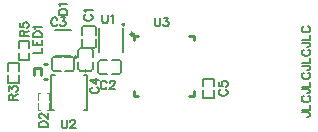
<source format=gto>
G04 Layer: TopSilkscreenLayer*
G04 EasyEDA v6.5.1, 2022-03-25 19:20:23*
G04 2013efc8e0304d3594b03259707e7b04,2a3559ba94084103b258dd4c46581d95,10*
G04 Gerber Generator version 0.2*
G04 Scale: 100 percent, Rotated: No, Reflected: No *
G04 Dimensions in inches *
G04 leading zeros omitted , absolute positions ,3 integer and 6 decimal *
%FSLAX36Y36*%
%MOIN*%

%ADD10C,0.0100*%
%ADD12C,0.0060*%
%ADD31C,0.0059*%
%ADD32C,0.0079*%
%ADD33C,0.0059*%
%ADD34C,0.0079*%
%ADD35C,0.0040*%
%ADD36C,0.0039*%
%ADD37C,0.0050*%

%LPD*%
D37*
X-255273Y-136230D02*
G01*
X-233455Y-136230D01*
X-229364Y-137593D01*
X-228001Y-138957D01*
X-226637Y-141684D01*
X-226637Y-144411D01*
X-228001Y-147139D01*
X-229364Y-148502D01*
X-233455Y-149866D01*
X-236183Y-149866D01*
X-255273Y-127229D02*
G01*
X-226637Y-127229D01*
X-226637Y-127229D02*
G01*
X-226637Y-110866D01*
X-248455Y-81411D02*
G01*
X-251183Y-82775D01*
X-253909Y-85502D01*
X-255273Y-88230D01*
X-255273Y-93684D01*
X-253909Y-96411D01*
X-251183Y-99139D01*
X-248455Y-100502D01*
X-244364Y-101865D01*
X-237546Y-101865D01*
X-233455Y-100502D01*
X-230727Y-99139D01*
X-228001Y-96411D01*
X-226637Y-93684D01*
X-226637Y-88230D01*
X-228001Y-85502D01*
X-230727Y-82775D01*
X-233455Y-81411D01*
X-255273Y-58775D02*
G01*
X-233455Y-58775D01*
X-229364Y-60139D01*
X-228001Y-61502D01*
X-226637Y-64230D01*
X-226637Y-66957D01*
X-228001Y-69684D01*
X-229364Y-71048D01*
X-233455Y-72411D01*
X-236183Y-72411D01*
X-255273Y-49774D02*
G01*
X-226637Y-49774D01*
X-226637Y-49774D02*
G01*
X-226637Y-33411D01*
X-248455Y-3957D02*
G01*
X-251183Y-5321D01*
X-253909Y-8048D01*
X-255273Y-10775D01*
X-255273Y-16230D01*
X-253909Y-18957D01*
X-251183Y-21684D01*
X-248455Y-23048D01*
X-244364Y-24411D01*
X-237546Y-24411D01*
X-233455Y-23048D01*
X-230727Y-21684D01*
X-228001Y-18957D01*
X-226637Y-16230D01*
X-226637Y-10775D01*
X-228001Y-8048D01*
X-230727Y-5321D01*
X-233455Y-3957D01*
X-255273Y18678D02*
G01*
X-233455Y18678D01*
X-229364Y17315D01*
X-228001Y15951D01*
X-226637Y13224D01*
X-226637Y10497D01*
X-228001Y7770D01*
X-229364Y6406D01*
X-233455Y5042D01*
X-236183Y5042D01*
X-255273Y27678D02*
G01*
X-226637Y27678D01*
X-226637Y27678D02*
G01*
X-226637Y44042D01*
X-248455Y73497D02*
G01*
X-251183Y72133D01*
X-253909Y69406D01*
X-255273Y66678D01*
X-255273Y61224D01*
X-253909Y58497D01*
X-251183Y55769D01*
X-248455Y54406D01*
X-244364Y53042D01*
X-237546Y53042D01*
X-233455Y54406D01*
X-230727Y55769D01*
X-228001Y58497D01*
X-226637Y61224D01*
X-226637Y66678D01*
X-228001Y69406D01*
X-230727Y72133D01*
X-233455Y73497D01*
X-255273Y96133D02*
G01*
X-233455Y96133D01*
X-229364Y94769D01*
X-228001Y93406D01*
X-226637Y90679D01*
X-226637Y87952D01*
X-228001Y85225D01*
X-229364Y83860D01*
X-233455Y82497D01*
X-236183Y82497D01*
X-255273Y105133D02*
G01*
X-226637Y105133D01*
X-226637Y105133D02*
G01*
X-226637Y121497D01*
X-248455Y150951D02*
G01*
X-251183Y149588D01*
X-253909Y146860D01*
X-255273Y144133D01*
X-255273Y138678D01*
X-253909Y135951D01*
X-251183Y133224D01*
X-248455Y131860D01*
X-244364Y130497D01*
X-237546Y130497D01*
X-233455Y131860D01*
X-230727Y133224D01*
X-228001Y135951D01*
X-226637Y138678D01*
X-226637Y144133D01*
X-228001Y146860D01*
X-230727Y149588D01*
X-233455Y150951D01*
X-1149174Y62835D02*
G01*
X-1120573Y62835D01*
X-1120573Y62835D02*
G01*
X-1120573Y79235D01*
X-1149174Y88235D02*
G01*
X-1120573Y88235D01*
X-1149174Y88235D02*
G01*
X-1149174Y105935D01*
X-1135573Y88235D02*
G01*
X-1135573Y99135D01*
X-1120573Y88235D02*
G01*
X-1120573Y105935D01*
X-1149174Y114935D02*
G01*
X-1120573Y114935D01*
X-1149174Y114935D02*
G01*
X-1149174Y124435D01*
X-1147874Y128535D01*
X-1145074Y131335D01*
X-1142373Y132635D01*
X-1138274Y134035D01*
X-1131473Y134035D01*
X-1127373Y132635D01*
X-1124674Y131335D01*
X-1121974Y128535D01*
X-1120573Y124435D01*
X-1120573Y114935D01*
X-1143774Y143035D02*
G01*
X-1145074Y145735D01*
X-1149174Y149836D01*
X-1120573Y149836D01*
X-745000Y180234D02*
G01*
X-745000Y159833D01*
X-743599Y155733D01*
X-740900Y153033D01*
X-736800Y151633D01*
X-734099Y151633D01*
X-730000Y153033D01*
X-727299Y155733D01*
X-725900Y159833D01*
X-725900Y180234D01*
X-714200Y180234D02*
G01*
X-699200Y180234D01*
X-707399Y169333D01*
X-703299Y169333D01*
X-700500Y168033D01*
X-699200Y166633D01*
X-697799Y162533D01*
X-697799Y159833D01*
X-699200Y155733D01*
X-701899Y153033D01*
X-706000Y151633D01*
X-710100Y151633D01*
X-714200Y153033D01*
X-715500Y154333D01*
X-716899Y157133D01*
X-952370Y-51664D02*
G01*
X-955169Y-53064D01*
X-957870Y-55764D01*
X-959170Y-58564D01*
X-959170Y-63964D01*
X-957870Y-66664D01*
X-955169Y-69464D01*
X-952370Y-70764D01*
X-948270Y-72164D01*
X-941469Y-72164D01*
X-937370Y-70764D01*
X-934669Y-69464D01*
X-931970Y-66664D01*
X-930569Y-63964D01*
X-930569Y-58564D01*
X-931970Y-55764D01*
X-934669Y-53064D01*
X-937370Y-51664D01*
X-959170Y-29064D02*
G01*
X-940169Y-42663D01*
X-940169Y-22264D01*
X-959170Y-29064D02*
G01*
X-930569Y-29064D01*
X-920000Y190234D02*
G01*
X-920000Y169833D01*
X-918599Y165733D01*
X-915900Y163033D01*
X-911800Y161633D01*
X-909099Y161633D01*
X-905000Y163033D01*
X-902299Y165733D01*
X-900900Y169833D01*
X-900900Y190234D01*
X-891899Y184833D02*
G01*
X-889200Y186133D01*
X-885100Y190234D01*
X-885100Y161633D01*
X-1055000Y-159770D02*
G01*
X-1055000Y-180170D01*
X-1053599Y-184270D01*
X-1050900Y-186970D01*
X-1046800Y-188369D01*
X-1044099Y-188369D01*
X-1040000Y-186970D01*
X-1037299Y-184270D01*
X-1035900Y-180170D01*
X-1035900Y-159770D01*
X-1025500Y-166570D02*
G01*
X-1025500Y-165170D01*
X-1024200Y-162470D01*
X-1022799Y-161069D01*
X-1020100Y-159770D01*
X-1014600Y-159770D01*
X-1011899Y-161069D01*
X-1010500Y-162470D01*
X-1009200Y-165170D01*
X-1009200Y-167870D01*
X-1010500Y-170670D01*
X-1013299Y-174770D01*
X-1026899Y-188369D01*
X-1007799Y-188369D01*
X-1193370Y117797D02*
G01*
X-1164771Y117797D01*
X-1193370Y117797D02*
G01*
X-1193370Y130097D01*
X-1192070Y134197D01*
X-1190671Y135497D01*
X-1187970Y136897D01*
X-1185271Y136897D01*
X-1182470Y135497D01*
X-1181171Y134197D01*
X-1179771Y130097D01*
X-1179771Y117797D01*
X-1179771Y127297D02*
G01*
X-1164771Y136897D01*
X-1193370Y162297D02*
G01*
X-1193370Y148597D01*
X-1181171Y147297D01*
X-1182470Y148597D01*
X-1183870Y152698D01*
X-1183870Y156797D01*
X-1182470Y160897D01*
X-1179771Y163597D01*
X-1175671Y164997D01*
X-1172970Y164997D01*
X-1168870Y163597D01*
X-1166171Y160897D01*
X-1164771Y156797D01*
X-1164771Y152698D01*
X-1166171Y148597D01*
X-1167470Y147297D01*
X-1170271Y145897D01*
X-1230232Y-95001D02*
G01*
X-1201633Y-95001D01*
X-1230232Y-95001D02*
G01*
X-1230232Y-82701D01*
X-1228932Y-78601D01*
X-1227533Y-77301D01*
X-1224832Y-75901D01*
X-1222133Y-75901D01*
X-1219332Y-77301D01*
X-1218032Y-78601D01*
X-1216633Y-82701D01*
X-1216633Y-95001D01*
X-1216633Y-85501D02*
G01*
X-1201633Y-75901D01*
X-1230232Y-64201D02*
G01*
X-1230232Y-49201D01*
X-1219332Y-57400D01*
X-1219332Y-53301D01*
X-1218032Y-50501D01*
X-1216633Y-49201D01*
X-1212533Y-47801D01*
X-1209832Y-47801D01*
X-1205733Y-49201D01*
X-1203032Y-51901D01*
X-1201633Y-56001D01*
X-1201633Y-60100D01*
X-1203032Y-64201D01*
X-1204332Y-65501D01*
X-1207133Y-66901D01*
X-523429Y-59496D02*
G01*
X-526229Y-60896D01*
X-528930Y-63596D01*
X-530230Y-66395D01*
X-530230Y-71796D01*
X-528930Y-74496D01*
X-526229Y-77296D01*
X-523429Y-78596D01*
X-519329Y-79996D01*
X-512529Y-79996D01*
X-508429Y-78596D01*
X-505730Y-77296D01*
X-503029Y-74496D01*
X-501629Y-71796D01*
X-501629Y-66395D01*
X-503029Y-63596D01*
X-505730Y-60896D01*
X-508429Y-59496D01*
X-530230Y-34196D02*
G01*
X-530230Y-47796D01*
X-518029Y-49196D01*
X-519329Y-47796D01*
X-520730Y-43695D01*
X-520730Y-39596D01*
X-519329Y-35496D01*
X-516629Y-32796D01*
X-512529Y-31496D01*
X-509830Y-31496D01*
X-505730Y-32796D01*
X-503029Y-35496D01*
X-501629Y-39596D01*
X-501629Y-43695D01*
X-503029Y-47796D01*
X-504329Y-49196D01*
X-507129Y-50496D01*
X-973433Y190499D02*
G01*
X-976134Y189099D01*
X-978933Y186399D01*
X-980234Y183599D01*
X-980234Y178199D01*
X-978933Y175499D01*
X-976134Y172699D01*
X-973433Y171399D01*
X-969333Y170000D01*
X-962533Y170000D01*
X-958433Y171399D01*
X-955734Y172699D01*
X-953033Y175499D01*
X-951634Y178199D01*
X-951634Y183599D01*
X-953033Y186399D01*
X-955734Y189099D01*
X-958433Y190499D01*
X-974834Y199499D02*
G01*
X-976134Y202199D01*
X-980234Y206299D01*
X-951634Y206299D01*
X-904499Y-36570D02*
G01*
X-905900Y-33870D01*
X-908599Y-31069D01*
X-911400Y-29770D01*
X-916800Y-29770D01*
X-919499Y-31069D01*
X-922299Y-33870D01*
X-923599Y-36570D01*
X-925000Y-40670D01*
X-925000Y-47470D01*
X-923599Y-51570D01*
X-922299Y-54270D01*
X-919499Y-56970D01*
X-916800Y-58369D01*
X-911400Y-58369D01*
X-908599Y-56970D01*
X-905900Y-54270D01*
X-904499Y-51570D01*
X-894200Y-36570D02*
G01*
X-894200Y-35170D01*
X-892799Y-32470D01*
X-891499Y-31069D01*
X-888699Y-29770D01*
X-883299Y-29770D01*
X-880500Y-31069D01*
X-879200Y-32470D01*
X-877799Y-35170D01*
X-877799Y-37870D01*
X-879200Y-40670D01*
X-881899Y-44770D01*
X-895500Y-58369D01*
X-876499Y-58369D01*
X-1069499Y173418D02*
G01*
X-1070900Y176218D01*
X-1073599Y178918D01*
X-1076400Y180318D01*
X-1081800Y180318D01*
X-1084499Y178918D01*
X-1087299Y176218D01*
X-1088599Y173418D01*
X-1090000Y169319D01*
X-1090000Y162518D01*
X-1088599Y158418D01*
X-1087299Y155718D01*
X-1084499Y153018D01*
X-1081800Y151618D01*
X-1076400Y151618D01*
X-1073599Y153018D01*
X-1070900Y155718D01*
X-1069499Y158418D01*
X-1057799Y180318D02*
G01*
X-1042799Y180318D01*
X-1051000Y169319D01*
X-1046899Y169319D01*
X-1044200Y168018D01*
X-1042799Y166618D01*
X-1041499Y162518D01*
X-1041499Y159818D01*
X-1042799Y155718D01*
X-1045500Y153018D01*
X-1049600Y151618D01*
X-1053699Y151618D01*
X-1057799Y153018D01*
X-1059200Y154319D01*
X-1060500Y157118D01*
X-1065234Y190000D02*
G01*
X-1036634Y190000D01*
X-1065234Y190000D02*
G01*
X-1065234Y199499D01*
X-1063933Y203599D01*
X-1061134Y206399D01*
X-1058433Y207699D01*
X-1054333Y209099D01*
X-1047533Y209099D01*
X-1043433Y207699D01*
X-1040734Y206399D01*
X-1038033Y203599D01*
X-1036634Y199499D01*
X-1036634Y190000D01*
X-1059834Y218099D02*
G01*
X-1061134Y220799D01*
X-1065234Y224899D01*
X-1036634Y224899D01*
X-1130234Y-185000D02*
G01*
X-1101634Y-185000D01*
X-1130234Y-185000D02*
G01*
X-1130234Y-175500D01*
X-1128933Y-171400D01*
X-1126134Y-168600D01*
X-1123433Y-167300D01*
X-1119333Y-165900D01*
X-1112533Y-165900D01*
X-1108433Y-167300D01*
X-1105734Y-168600D01*
X-1103033Y-171400D01*
X-1101634Y-175500D01*
X-1101634Y-185000D01*
X-1123433Y-155500D02*
G01*
X-1124834Y-155500D01*
X-1127533Y-154200D01*
X-1128933Y-152800D01*
X-1130234Y-150100D01*
X-1130234Y-144600D01*
X-1128933Y-141900D01*
X-1127533Y-140500D01*
X-1124834Y-139200D01*
X-1122133Y-139200D01*
X-1119333Y-140500D01*
X-1115234Y-143300D01*
X-1101634Y-156900D01*
X-1101634Y-137800D01*
D10*
X-1103503Y-23187D02*
G01*
X-1112119Y-23187D01*
X-1147200Y11021D02*
G01*
X-1147200Y-10150D01*
X-1123188Y-10150D02*
G01*
X-1123188Y11021D01*
X-1103503Y24058D02*
G01*
X-1112119Y24058D01*
X-1147597Y10672D02*
G01*
X-1123999Y10672D01*
X-615000Y120133D02*
G01*
X-615000Y105144D01*
X-615000Y-64876D02*
G01*
X-615000Y-79866D01*
X-629989Y-79866D01*
X-800000Y-79866D02*
G01*
X-815000Y-79866D01*
X-815000Y-64876D01*
X-815000Y105133D02*
G01*
X-815000Y120133D01*
X-815000Y120133D02*
G01*
X-800010Y120133D01*
X-629989Y120133D02*
G01*
X-615000Y120133D01*
D31*
X-951390Y47118D02*
G01*
X-951390Y71529D01*
X-951390Y32943D02*
G01*
X-951390Y8537D01*
X-998635Y32943D02*
G01*
X-998635Y8537D01*
X-990762Y2628D02*
G01*
X-959266Y2628D01*
X-998635Y47118D02*
G01*
X-998635Y71529D01*
X-990762Y77433D02*
G01*
X-959266Y77433D01*
X-992727Y2628D02*
G01*
X-990762Y2628D01*
X-957299Y2628D02*
G01*
X-959266Y2628D01*
X-992731Y77433D02*
G01*
X-990762Y77433D01*
X-957294Y77433D02*
G01*
X-959266Y77433D01*
D32*
X-931340Y146299D02*
G01*
X-931340Y63659D01*
X-848659Y146299D02*
G01*
X-848659Y63659D01*
D33*
X-980000Y-10966D02*
G01*
X-971000Y-10966D01*
X-971000Y-128966D01*
X-980000Y-128966D01*
X-1078999Y-128966D02*
G01*
X-1088999Y-128966D01*
X-1088999Y-10966D01*
X-1078000Y-10966D01*
D12*
X-1163000Y77300D02*
G01*
X-1163000Y102300D01*
X-1196999Y102300D01*
X-1196999Y81299D01*
X-1196999Y77300D01*
X-1196999Y62300D02*
G01*
X-1196999Y38299D01*
X-1163000Y38299D01*
X-1163000Y59299D01*
X-1163000Y62300D01*
X-1198000Y2300D02*
G01*
X-1198000Y27300D01*
X-1231999Y27300D01*
X-1231999Y6299D01*
X-1231999Y2300D01*
X-1231999Y-12699D02*
G01*
X-1231999Y-36700D01*
X-1198000Y-36700D01*
X-1198000Y-15700D01*
X-1198000Y-12699D01*
X-581999Y-62300D02*
G01*
X-581999Y-87300D01*
X-548000Y-87300D01*
X-548000Y-66300D01*
X-548000Y-62300D01*
X-548000Y-47300D02*
G01*
X-548000Y-23300D01*
X-581999Y-23300D01*
X-581999Y-44300D01*
X-581999Y-47300D01*
D31*
X-941374Y122084D02*
G01*
X-941374Y146495D01*
X-941374Y107909D02*
G01*
X-941374Y83503D01*
X-988621Y107909D02*
G01*
X-988621Y83503D01*
X-980747Y77594D02*
G01*
X-949251Y77594D01*
X-988621Y122084D02*
G01*
X-988621Y146495D01*
X-980747Y152399D02*
G01*
X-949251Y152399D01*
X-982712Y77594D02*
G01*
X-980747Y77594D01*
X-947283Y77594D02*
G01*
X-949251Y77594D01*
X-982717Y152399D02*
G01*
X-980747Y152399D01*
X-947278Y152399D02*
G01*
X-949251Y152399D01*
X-887915Y-8625D02*
G01*
X-863504Y-8625D01*
X-902089Y-8625D02*
G01*
X-926495Y-8625D01*
X-902089Y38620D02*
G01*
X-926495Y38620D01*
X-932404Y30746D02*
G01*
X-932404Y-748D01*
X-887915Y38620D02*
G01*
X-863504Y38620D01*
X-857600Y30746D02*
G01*
X-857600Y-748D01*
X-932404Y32711D02*
G01*
X-932404Y30746D01*
X-932404Y-2716D02*
G01*
X-932404Y-748D01*
X-857600Y32716D02*
G01*
X-857600Y30746D01*
X-857600Y-2721D02*
G01*
X-857600Y-748D01*
X-1057084Y48624D02*
G01*
X-1081495Y48624D01*
X-1042910Y48624D02*
G01*
X-1018504Y48624D01*
X-1042910Y1378D02*
G01*
X-1018504Y1378D01*
X-1012595Y9252D02*
G01*
X-1012595Y40747D01*
X-1057084Y1378D02*
G01*
X-1081495Y1378D01*
X-1087399Y9252D02*
G01*
X-1087399Y40747D01*
X-1012595Y7287D02*
G01*
X-1012595Y9252D01*
X-1012595Y42716D02*
G01*
X-1012595Y40747D01*
X-1087399Y7282D02*
G01*
X-1087399Y9252D01*
X-1087399Y42720D02*
G01*
X-1087399Y40747D01*
D34*
X-1077559Y51693D02*
G01*
X-1022440Y51693D01*
X-1077559Y138306D02*
G01*
X-1022440Y138306D01*
D35*
X-1095315Y-96063D02*
G01*
X-1095315Y-72441D01*
X-1102030Y-72441D01*
X-1127969Y-72441D02*
G01*
X-1134684Y-72441D01*
X-1134684Y-96063D01*
X-1095315Y-103937D02*
G01*
X-1095315Y-127559D01*
X-1102025Y-127559D01*
X-1127974Y-127559D02*
G01*
X-1134684Y-127559D01*
X-1134684Y-103937D01*
D31*
G75*
G01*
X-998636Y8538D02*
G03*
X-992727Y2629I5909J0D01*
G75*
G01*
X-951390Y8538D02*
G02*
X-957299Y2629I-5909J0D01*
G75*
G01*
X-998636Y71530D02*
G02*
X-992732Y77434I5904J0D01*
G75*
G01*
X-951390Y71530D02*
G03*
X-957294Y77434I-5904J0D01*
D36*
G75*
G01*
X-974950Y-3887D02*
G03*
X-975050Y-3887I-50J4921D01*
D31*
G75*
G01*
X-988621Y83504D02*
G03*
X-982712Y77595I5909J0D01*
G75*
G01*
X-941375Y83504D02*
G02*
X-947284Y77595I-5909J0D01*
G75*
G01*
X-988621Y146496D02*
G02*
X-982717Y152400I5904J0D01*
G75*
G01*
X-941375Y146496D02*
G03*
X-947279Y152400I-5904J0D01*
G75*
G01*
X-926496Y38621D02*
G03*
X-932405Y32712I0J-5909D01*
G75*
G01*
X-926496Y-8625D02*
G02*
X-932405Y-2716I0J5909D01*
G75*
G01*
X-863504Y38621D02*
G02*
X-857600Y32717I0J-5904D01*
G75*
G01*
X-863504Y-8625D02*
G03*
X-857600Y-2721I0J5904D01*
G75*
G01*
X-1018504Y1379D02*
G03*
X-1012595Y7288I0J5909D01*
G75*
G01*
X-1018504Y48625D02*
G02*
X-1012595Y42716I0J-5909D01*
G75*
G01*
X-1081496Y1379D02*
G02*
X-1087400Y7283I0J5904D01*
G75*
G01*
X-1081496Y48625D02*
G03*
X-1087400Y42721I0J-5904D01*
D34*
G75*
G01*
X-1007050Y51921D02*
G03*
X-1006950Y51921I50J-4921D01*
D10*
G75*
G01
X-815000Y125134D02*
G03X-815000Y125134I-5000J0D01*
G75*
G01
X-846500Y156004D02*
G03X-846500Y156004I-2500J0D01*
M02*

</source>
